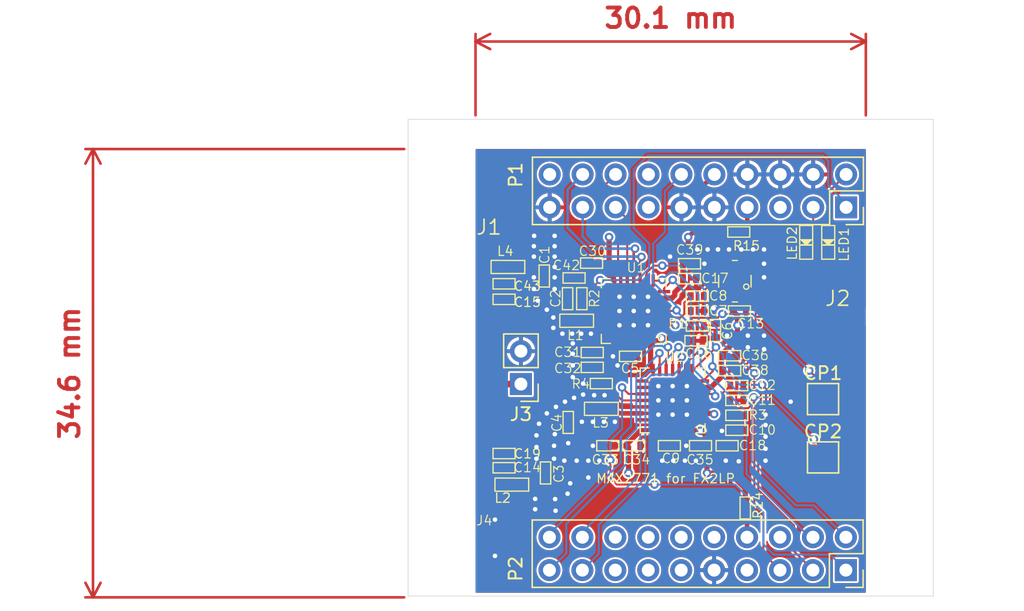
<source format=kicad_pcb>
(kicad_pcb (version 20240108) (generator "pcbnew") (generator_version "8.0")
  (layers (0 "F.Cu" signal) (1 "In1.Cu" signal) (2 "In2.Cu" signal) (31 "B.Cu" signal) (34 "B.Paste" user) (35 "F.Paste" user) (36 "B.SilkS" user "B.Silkscreen") (37 "F.SilkS" user "F.Silkscreen") (38 "B.Mask" user) (39 "F.Mask" user) (44 "Edge.Cuts" user))
  (net 0 "")
  (net 1 "CPAD_2.2MM")
  (net 2 "+3.3V")
  (net 3 "/PD6")
  (net 4 "PD7")
  (net 6 "DCLK")
  (net 7 "I1_A")
  (net 8 "Q1_A")
  (net 9 "Q0_A")
  (net 10 "Net-(J4-RF)")
  (net 11 "Net-(L1-P$1)")
  (net 12 "Net-(L3-P$1)")
  (net 13 "Net-(U1-LNAOUT_HI)")
  (net 14 "Net-(U1-MIXIN_HI)")
  (net 15 "Net-(R1-P$1)")
  (net 16 "CP1OUT")
  (net 17 "/PLL_CLK")
  (net 18 "Net-(U1-XTAL)")
  (net 19 "Net-(U2-LNAOUT_LO)")
  (net 20 "Net-(U2-MIXIN_LO)")
  (net 21 "Net-(R3-P$1)")
  (net 22 "CP2OUT")
  (net 23 "Net-(U2-XTAL)")
  (net 24 "I0_A")
  (net 25 "/SLRD")
  (net 28 "/5V")
  (net 29 "LOCK_B")
  (net 30 "Q1_B")
  (net 31 "Net-(L1-P$2)")
  (net 32 "Net-(L3-P$2)")
  (net 33 "Net-(R2-P$1)")
  (net 34 "Net-(R4-P$1)")
  (net 36 "Q0_B")
  (net 37 "SDATA")
  (net 38 "I0_B")
  (net 46 "CSN_A")
  (net 48 "/PA5")
  (net 50 "I1_B")
  (net 51 "LOCK_A")
  (net 59 "SCLK")
  (net 61 "Net-(J1-RF)")
  (net 62 "CSN_B")
  (footprint "pocket_sdr_v2.3:C1005" (layer "F.Cu") (at 146.3511 111.75 180)
    (property "Reference" "C10")
    (property "Value" "750pF" (hide yes))
  )
  (footprint "pocket_sdr_v2.3:C1005" (layer "F.Cu") (at 138.4011 112.95)
    (property "Reference" "C34")
    (property "Value" "0.1uF" (hide yes))
  )
  (footprint "pocket_sdr_v2.3:C1005" (layer "F.Cu") (at 135.2011 106.9 180)
    (property "Reference" "C32")
    (property "Value" "100pF" (hide yes))
  )
  (footprint "TestPoint:TestPoint_Pad_2.0x2.0mm" (layer "F.Cu") (at 153.0011 109.35)
    (property "Reference" "CP1")
    (property "Value" "TestPoint")
  )
  (footprint "pocket_sdr_v2.3:C1005" (layer "F.Cu") (at 146.5511 102.55)
    (property "Reference" "C13")
    (property "Value" "0.1uF" (hide yes))
  )
  (footprint "pocket_sdr_v2.3:SMA-ANG" (layer "F.Cu") (at 124.20285 94.64 90)
    (property "Reference" "J1")
    (property "Value" "SMA-ANG")
  )
  (footprint "pocket_sdr_v2.3:C1005" (layer "F.Cu") (at 143.3011 103.7 180)
    (property "Reference" "R1")
    (property "Value" "15K" (hide yes))
  )
  (footprint "pocket_sdr_v2.3:C1005" (layer "F.Cu") (at 141.1511 112.95)
    (property "Reference" "C9")
    (property "Value" "470pF" (hide yes))
  )
  (footprint "pocket_sdr_v2.3:C1005" (layer "F.Cu") (at 143.3011 102.55)
    (property "Reference" "C7")
    (property "Value" "15pF" (hide yes))
  )
  (footprint "pocket_sdr_v2.3:C1005" (layer "F.Cu") (at 136.4011 112.95 180)
    (property "Reference" "C33")
    (property "Value" "100pF" (hide yes))
  )
  (footprint "pocket_sdr_v2.3:C1005" (layer "F.Cu") (at 143.2011 104.85)
    (property "Reference" "C16")
    (property "Value" "0.1uF" (hide yes))
  )
  (footprint "pocket_sdr_v2.3:C1005" (layer "F.Cu") (at 144.7011 104.05 -90)
    (property "Reference" "C6")
    (property "Value" "750pF" (hide yes))
  )
  (footprint "pocket_sdr_v2.3:TCXO" (layer "F.Cu") (at 146.2011 100.25 90)
    (property "Reference" "TCXO0" (hide yes))
    (property "Value" "24.000 MHz 0.5ppm" (hide yes))
  )
  (footprint "Connector_PinSocket_2.54mm:PinSocket_2x10_P2.54mm_Vertical" (layer "F.Cu") (at 154.7611 122.55 -90)
    (property "Reference" "P2")
    (property "Value" "Conn_02x10_Odd_Even")
  )
  (footprint "pocket_sdr_v2.3:C1005" (layer "F.Cu") (at 143.5511 112.95 180)
    (property "Reference" "C35")
    (property "Value" "0.1uF" (hide yes))
  )
  (footprint "pocket_sdr_v2.3:C1005" (layer "F.Cu") (at 134.4011 101.6 90)
    (property "Reference" "R2")
    (property "Value" "10K" (hide yes))
  )
  (footprint "Connector_PinHeader_2.54mm:PinHeader_1x02_P2.54mm_Vertical" (layer "F.Cu") (at 129.7011 108.19 180)
    (property "Reference" "J3")
    (property "Value" "Screw_Terminal_01x02" (hide yes))
  )
  (footprint "pocket_sdr_v2.3:C1005" (layer "F.Cu") (at 128.4011 113.55 180)
    (property "Reference" "C19")
    (property "Value" "0.1uF")
  )
  (footprint "pocket_sdr_v2.3:C1005" (layer "F.Cu") (at 142.7011 98.9)
    (property "Reference" "C39")
    (property "Value" "100pF" (hide yes))
  )
  (footprint "pocket_sdr_v2.3:C1005" (layer "F.Cu") (at 142.7011 100.05)
    (property "Reference" "C17")
    (property "Value" "0.1uF" (hide yes))
  )
  (footprint "pocket_sdr_v2.3:C1608" (layer "F.Cu") (at 129.0011 115.95)
    (property "Reference" "L2")
    (property "Value" "68nH")
  )
  (footprint "pocket_sdr_v2.3:TQFN28" (layer "F.Cu") (at 138.4011 102.55 90)
    (property "Reference" "U1")
    (property "Value" "MAX2771" (hide yes))
  )
  (footprint "pocket_sdr_v2.3:TQFN28" (layer "F.Cu") (at 141.4011 109.45 90)
    (property "Reference" "U2")
    (property "Value" "MAX2771" (hide yes))
  )
  (footprint "pocket_sdr_v2.3:C1005" (layer "F.Cu") (at 133.3011 101.6 -90)
    (property "Reference" "C2")
    (property "Value" "1.7pF" (hide yes))
  )
  (footprint "pocket_sdr_v2.3:C1005" (layer "F.Cu") (at 146.3511 109.45)
    (property "Reference" "C11")
    (property "Value" "15pF" (hide yes))
  )
  (footprint "pocket_sdr_v2.3:C1005" (layer "F.Cu") (at 145.8011 107.15)
    (property "Reference" "C38")
    (property "Value" "0.1uF" (hide yes))
  )
  (footprint "pocket_sdr_v2.3:SMA-ANG" (layer "F.Cu") (at 158.2011 103 -90)
    (property "Reference" "J2")
    (property "Value" "SMA-ANG")
  )
  (footprint "pocket_sdr_v2.3:C1005" (layer "F.Cu") (at 135.1511 98.85 180)
    (property "Reference" "C30")
    (property "Value" "0.1uF" (hide yes))
  )
  (footprint "pocket_sdr_v2.3:C1608" (layer "F.Cu") (at 128.7011 99.15)
    (property "Reference" "L4")
    (property "Value" "68nH")
  )
  (footprint "pocket_sdr_v2.3:C1608" (layer "F.Cu") (at 135.9011 110.1)
    (property "Reference" "L3")
    (property "Value" "8.4nH" (hide yes))
  )
  (footprint "pocket_sdr_v2.3:C1005" (layer "F.Cu") (at 128.4011 100.45 180)
    (property "Reference" "C43")
    (property "Value" "0.1uF")
  )
  (footprint "pocket_sdr_v2.3:C1005" (layer "F.Cu") (at 131.6011 115.05 90)
    (property "Reference" "C3")
    (property "Value" "470pF" (hide yes))
  )
  (footprint "pocket_sdr_v2.3:C1005" (layer "F.Cu") (at 145.6011 112.95)
    (property "Reference" "C18")
    (property "Value" "100pF" (hide yes))
  )
  (footprint "pocket_sdr_v2.3:C1005" (layer "F.Cu") (at 128.4011 114.65 180)
    (property "Reference" "C14")
    (property "Value" "100pF" (hide yes))
  )
  (footprint "pocket_sdr_v2.3:C1005" (layer "F.Cu") (at 133.3511 111.15 -90)
    (property "Reference" "C4")
    (property "Value" "1.1pF" (hide yes))
  )
  (footprint "Connector_PinSocket_2.54mm:PinSocket_2x10_P2.54mm_Vertical" (layer "F.Cu") (at 154.7811 94.55 -90)
    (property "Reference" "P1")
    (property "Value" "Conn_02x10_Odd_Even")
  )
  (footprint "TestPoint:TestPoint_Pad_2.0x2.0mm" (layer "F.Cu") (at 153.0011 113.85)
    (property "Reference" "CP2")
    (property "Value" "TestPoint")
  )
  (footprint "pocket_sdr_v2.3:C1005" (layer "F.Cu") (at 146.5011 96.45 180)
    (property "Reference" "R15")
    (property "Value" "10K")
  )
  (footprint "pocket_sdr_v2.3:C1005" (layer "F.Cu") (at 146.3511 108.3 180)
    (property "Reference" "C12")
    (property "Value" "0.01uF" (hide yes))
  )
  (footprint "pocket_sdr_v2.3:C1005" (layer "F.Cu") (at 143.3011 101.4 180)
    (property "Reference" "C8")
    (property "Value" "0.01uF" (hide yes))
  )
  (footprint "pocket_sdr_v2.3:LED_1608" (layer "F.Cu") (at 151.7011 97.25 -90)
    (property "Reference" "LED2")
    (property "Value" "LED1608")
  )
  (footprint "pocket_sdr_v2.3:C1005" (layer "F.Cu") (at 138.1511 106.05)
    (property "Reference" "C5")
    (property "Value" "470pF" (hide yes))
  )
  (footprint "pocket_sdr_v2.3:C1005" (layer "F.Cu") (at 128.4011 101.65 180)
    (property "Reference" "C15")
    (property "Value" "100pF")
  )
  (footprint "pocket_sdr_v2.3:C1005" (layer "F.Cu") (at 145.8011 106)
    (property "Reference" "C36")
    (property "Value" "100pF" (hide yes))
  )
  (footprint "pocket_sdr_v2.3:C1005" (layer "F.Cu") (at 131.5011 99.85 -90)
    (property "Reference" "C1")
    (property "Value" "470pF" (hide yes))
  )
  (footprint "pocket_sdr_v2.3:C1005" (layer "F.Cu") (at 135.9011 108.15 180)
    (property "Reference" "R4")
    (property "Value" "10K" (hide yes))
  )
  (footprint "pocket_sdr_v2.3:LED_1608" (layer "F.Cu") (at 153.4011 97.25 -90)
    (property "Reference" "LED1")
    (property "Value" "LED1608")
  )
  (footprint "pocket_sdr_v2.3:SMA-ANG" (layer "F.Cu") (at 124.2011 120.05 90)
    (property "Reference" "J4")
    (property "Value" "SMA-ANG" (hide yes))
  )
  (footprint "pocket_sdr_v2.3:C1005" (layer "F.Cu") (at 147.0011 117.75 90)
    (property "Reference" "R14")
    (property "Value" "10K")
  )
  (footprint "pocket_sdr_v2.3:C1005" (layer "F.Cu") (at 135.2011 105.75 180)
    (property "Reference" "C31")
    (property "Value" "0.1uF" (hide yes))
  )
  (footprint "pocket_sdr_v2.3:C1005" (layer "F.Cu") (at 133.8011 100 180)
    (property "Reference" "C42")
    (property "Value" "100pF" (hide yes))
  )
  (footprint "pocket_sdr_v2.3:C1608" (layer "F.Cu") (at 134.0011 103.3)
    (property "Reference" "L1")
    (property "Value" "5.6nF" (hide yes))
  )
  (footprint "pocket_sdr_v2.3:C1005" (layer "F.Cu") (at 146.3511 110.6 180)
    (property "Reference" "R3")
    (property "Value" "15K" (hide yes))
  )
  (gr_line (start 161.5011 124.55) (end 121.0011 124.55) (stroke (width 0.05)) (layer "Edge.Cuts"))
  (gr_line (start 121.0011 87.75) (end 161.5011 87.75) (stroke (width 0.05)) (layer "Edge.Cuts"))
  (gr_line (start 161.5011 87.75) (end 161.5011 124.55) (stroke (width 0.05)) (layer "Edge.Cuts"))
  (gr_line (start 121.0011 124.55) (end 121.0011 87.75) (stroke (width 0.05)) (layer "Edge.Cuts"))
  (gr_text "MAX2771 for FX2LP" (at 135.4511 115.9 0) (layer "F.SilkS") (effects (font (size 0.715264 0.715264) (thickness 0.097536)) (justify left bottom)))
  (dimension (type aligned) (layer "F.Cu") (pts (xy 121.2011 90.05) (xy 121.2011 124.65)) (height 24.5) (gr_text "34.6 mm" (at 94.9011 107.35 90) (layer "F.Cu") (effects (font (size 1.5 1.5) (thickness 0.3)))) (format (prefix "") (suffix "") (units 3) (units_format 1) (precision 4) (override_value "34.6")) (style (thickness 0.2) (arrow_length 1.27) (text_position_mode 0) (extension_height 0.58642) (extension_offset 0.5) keep_text_aligned))
  (dimension (type aligned) (layer "F.Cu") (pts (xy 126.2011 87.95) (xy 156.3 87.95)) (height -6.2) (gr_text "30.1 mm" (at 141.25055 79.95 0) (layer "F.Cu") (effects (font (size 1.5 1.5) (thickness 0.3)))) (format (prefix "") (suffix "") (units 3) (units_format 1) (precision 4) (override_value "30.1")) (style (thickness 0.2) (arrow_length 1.27) (text_position_mode 0) (extension_height 0.58642) (extension_offset 0.5) keep_text_aligned))
  (segment (start 144.0011 104.65) (end 144.9011 104.65) (width 0.4064) (layer "F.Cu") (net 1))
  (segment (start 143.8011 104.85) (end 144.0011 104.65) (width 0.4064) (layer "F.Cu") (net 1))
  (via (at 137.1511 106.75) (size 0.6548) (drill 0.35) (layers "F.Cu" "B.Cu") (net 1))
  (via (at 133.7011 107.65) (size 0.6548) (drill 0.35) (layers "F.Cu" "B.Cu") (net 1))
  (via (at 134.5011 109) (size 0.6548) (drill 0.35) (layers "F.Cu" "B.Cu") (net 1))
  (via (at 132.3011 100.85) (size 0.6548) (drill 0.35) (layers "F.Cu" "B.Cu") (net 1))
  (via (at 130.8011 117.85) (size 0.6548) (drill 0.35) (layers "F.Cu" "B.Cu") (net 1))
  (via (at 134.9011 115.4) (size 0.6548) (drill 0.35) (layers "F.Cu" "B.Cu") (net 1))
  (via (at 136.1511 109.05) (size 0.6548) (drill 0.35) (layers "F.Cu" "B.Cu") (net 1))
  (via (at 132.340673 117.067313) (size 0.6548) (drill 0.35) (layers "F.Cu" "B.Cu") (net 1))
  (via (at 132.4011 109.95) (size 0.6548) (drill 0.35) (layers "F.Cu" "B.Cu") (net 1))
  (via (at 143.8511 98.9) (size 0.6548) (drill 0.35) (layers "F.Cu" "B.Cu") (net 1))
  (via (at 132.372684 117.963422) (size 0.6548) (drill 0.35) (layers "F.Cu" "B.Cu") (net 1))
  (via (at 134.5011 108.15) (size 0.6548) (drill 0.35) (layers "F.Cu" "B.Cu") (net 1))
  (via (at 130.7011 100.85) (size 0.6548) (drill 0.35) (layers "F.Cu" "B.Cu") (net 1))
  (via (at 150.5011 109.55) (size 0.6548) (drill 0.35) (layers "F.Cu" "B.Cu") (net 1))
  (via (at 133.5011 115.85) (size 0.6548) (drill 0.35) (layers "F.Cu" "B.Cu") (net 1))
  (via (at 141.2011 98.35) (size 0.6548) (drill 0.35) (layers "F.Cu" "B.Cu") (net 1))
  (via (at 132.9011 104.3) (size 0.6548) (drill 0.35) (layers "F.Cu" "B.Cu") (net 1))
  (via (at 130.9011 113.95) (size 0.6548) (drill 0.35) (layers "F.Cu" "B.Cu") (net 1))
  (via (at 148.5649 114.1) (size 0.6548) (drill 0.35) (layers "F.Cu" "B.Cu") (net 1))
  (via (at 132.3011 96.75) (size 0.6548) (drill 0.35) (layers "F.Cu" "B.Cu") (net 1))
  (via (at 127.7011 118.65) (size 0.6548) (drill 0.35) (layers "F.Cu" "B.Cu") (net 1))
  (via (at 130.9011 113.05) (size 0.6548) (drill 0.35) (layers "F.Cu" "B.Cu") (net 1))
  (via (at 135.2511 112.95) (size 0.6548) (drill 0.35) (layers "F.Cu" "B.Cu") (net 1))
  (via (at 131.7011 110.45) (size 0.6548) (drill 0.35) (layers "F.Cu" "B.Cu") (net 1))
  (via (at 140.6011 114.1) (size 0.6548) (drill 0.35) (layers "F.Cu" "B.Cu") (net 1))
  (via (at 130.721298 96.75) (size 0.6548) (drill 0.35) (layers "F.Cu" "B.Cu") (net 1))
  (via (at 132.3011 98.35) (size 0.6548) (drill 0.35) (layers "F.Cu" "B.Cu") (net 1))
  (via (at 131.0011 101.75) (size 0.6548) (drill 0.35) (layers "F.Cu" "B.Cu") (net 1))
  (via (at 148.5649 110.55) (size 0.6548) (drill 0.35) (layers "F.Cu" "B.Cu") (net 1))
  (via (at 130.7011 98.35) (size 0.6548) (drill 0.35) (layers "F.Cu" "B.Cu") (net 1))
  (via (at 148.4511 104.45) (size 0.6548) (drill 0.35) (layers "F.Cu" "B.Cu") (net 1))
  (via (at 146.5011 114.15) (size 0.6548) (drill 0.35) (layers "F.Cu" "B.Cu") (net 1))
  (via (at 148.5649 113.182032) (size 0.6548) (drill 0.35) (layers "F.Cu" "B.Cu") (net 1))
  (via (at 146.7011 97.8) (size 0.6548) (drill 0.35) (layers "F.Cu" "B.Cu") (net 1))
  (via (at 133.6511 104.3) (size 0.6548) (drill 0.35) (layers "F.Cu" "B.Cu") (net 1))
  (via (at 133.7011 106.75) (size 0.6548) (drill 0.35) (layers "F.Cu" "B.Cu") (net 1))
  (via (at 145.5011 114.1) (size 0.6548) (drill 0.35) (layers "F.Cu" "B.Cu") (net 1))
  (via (at 133.3511 112.75) (size 0.6548) (drill 0.35) (layers "F.Cu" "B.Cu") (net 1))
  (via (at 132.2011 103.05) (size 0.6548) (drill 0.35) (layers "F.Cu" "B.Cu") (net 1))
  (via (at 145.6011 104.45) (size 0.6548) (drill 0.35) (layers "F.Cu" "B.Cu") (net 1))
  (via (at 133.8011 109.25) (size 0.6548) (drill 0.35) (layers "F.Cu" "B.Cu") (net 1))
  (via (at 145.7511 97.8) (size 0.6548) (drill 0.35) (layers "F.Cu" "B.Cu") (net 1))
  (via (at 147.2011 104.45) (size 0.6548) (drill 0.35) (layers "F.Cu" "B.Cu") (net 1))
  (via (at 130.7011 97.55) (size 0.6548) (drill 0.35) (layers "F.Cu" "B.Cu") (net 1))
  (via (at 132.3011 97.55) (size 0.6548) (drill 0.35) (layers "F.Cu" "B.Cu") (net 1))
  (via (at 132.316142 112.054417) (size 0.6548) (drill 0.35) (layers "F.Cu" "B.Cu") (net 1))
  (via (at 133.7011 105.85) (size 0.6548) (drill 0.35) (layers "F.Cu" "B.Cu") (net 1))
  (via (at 143.3011 97.8) (size 0.6548) (drill 0.35) (layers "F.Cu" "B.Cu") (net 1))
  (via (at 135.7511 114.1) (size 0.6548) (drill 0.35) (layers "F.Cu" "B.Cu") (net 1))
  (via (at 142.4511 112.95) (size 0.6548) (drill 0.35) (layers "F.Cu" "B.Cu") (net 1))
  (via (at 130.8011 117.05) (size 0.6548) (drill 0.35) (layers "F.Cu" "B.Cu") (net 1))
  (via (at 133.7011 105.05) (size 0.6548) (drill 0.35) (layers "F.Cu" "B.Cu") (net 1))
  (via (at 135.3511 109.05) (size 0.6548) (drill 0.35) (layers "F.Cu" "B.Cu") (net 1))
  (via (at 134.0011 114.1) (size 0.6548) (drill 0.35) (layers "F.Cu" "B.Cu") (net 1))
  (via (at 132.3011 99.15) (size 0.6548) (drill 0.35) (layers "F.Cu" "B.Cu") (net 1))
  (via (at 142.3511 114.1) (size 0.6548) (drill 0.35) (layers "F.Cu" "B.Cu") (net 1))
  (via (at 134.4011 111.1) (size 0.6548) (drill 0.35) (layers "F.Cu" "B.Cu") (net 1))
  (via (at 148.4511 98.9) (size 0.6548) (drill 0.35) (layers "F.Cu" "B.Cu") (net 1))
  (via (at 144.1011 97.8) (size 0.6548) (drill 0.35) (layers "F.Cu" "B.Cu") (net 1))
  (via (at 148.4511 99.95) (size 0.6548) (drill 0.35) (layers "F.Cu" "B.Cu") (net 1))
  (via (at 141.4511 114.1) (size 0.6548) (drill 0.35) (layers "F.Cu" "B.Cu") (net 1))
  (via (at 135.2511 111.1) (size 0.6548) (drill 0.35) (layers "F.Cu" "B.Cu") (net 1))
  (via (at 144.9011 97.8) (size 0.6548) (drill 0.35) (layers "F.Cu" "B.Cu") (net 1))
  (via (at 131.1011 111.25) (size 0.6548) (drill 0.35) (layers "F.Cu" "B.Cu") (net 1))
  (via (at 136.1011 111.1) (size 0.6548) (drill 0.35) (layers "F.Cu" "B.Cu") (net 1))
  (via (at 148.5649 112.25) (size 0.6548) (drill 0.35) (layers "F.Cu" "B.Cu") (net 1))
  (via (at 130.7011 99.95) (size 0.6548) (drill 0.35) (layers "F.Cu" "B.Cu") (net 1))
  (via (at 144.563219 102.333842) (size 0.6548) (drill 0.35) (layers "F.Cu" "B.Cu") (net 1))
  (via (at 148.4511 97.8) (size 0.6548) (drill 0.35) (layers "F.Cu" "B.Cu") (net 1))
  (via (at 132.2011 103.85) (size 0.6548) (drill 0.35) (layers "F.Cu" "B.Cu") (net 1))
  (via (at 148.4511 105.5) (size 0.6548) (drill 0.35) (layers "F.Cu" "B.Cu") (net 1))
  (via (at 134.9011 114.1) (size 0.6548) (drill 0.35) (layers "F.Cu" "B.Cu") (net 1))
  (via (at 135.1011 104.3) (size 0.6548) (drill 0.35) (layers "F.Cu" "B.Cu") (net 1))
  (via (at 133.1011 109.55) (size 0.6548) (drill 0.35) (layers "F.Cu" "B.Cu") (net 1))
  (via (at 133.0511 114.1) (size 0.6548) (drill 0.35) (layers "F.Cu" "B.Cu") (net 1))
  (via (at 143.2011 114.1) (size 0.6548) (drill 0.35) (layers "F.Cu" "B.Cu") (net 1))
  (via (at 136.8011 106.05) (size 0.6548) (drill 0.35) (layers "F.Cu" "B.Cu") (net 1))
  (via (at 132.2587 112.95) (size 0.6548) (drill 0.35) (layers "F.Cu" "B.Cu") (net 1))
  (via (at 133.3011 116.65) (size 0.6548) (drill 0.35) (layers "F.Cu" "B.Cu") (net 1))
  (via (at 131.7011 102.45) (size 0.6548) (drill 0.35) (layers "F.Cu" "B.Cu") (net 1))
  (via (at 132.3011 99.95) (size 0.6548) (drill 0.35) (layers "F.Cu" "B.Cu") (net 1))
  (via (at 145.2011 111.8) (size 0.6548) (drill 0.35) (layers "F.Cu" "B.Cu") (net 1))
  (via (at 130.9011 112.15) (size 0.6548) (drill 0.35) (layers "F.Cu" "B.Cu") (net 1))
  (via (at 134.3511 104.3) (size 0.6548) (drill 0.35) (layers "F.Cu" "B.Cu") (net 1))
  (via (at 136.9511 111.1) (size 0.6548) (drill 0.35) (layers "F.Cu" "B.Cu") (net 1))
  (via (at 132.2587 113.95) (size 0.6548) (drill 0.35) (layers "F.Cu" "B.Cu") (net 1))
  (via (at 127.7011 121.45) (size 0.6548) (drill 0.35) (layers "F.Cu" "B.Cu") (net 1))
  (via (at 147.6011 97.8) (size 0.6548) (drill 0.35) (layers "F.Cu" "B.Cu") (net 1))
  (via (at 148.5649 111.35) (size 0.6548) (drill 0.35) (layers "F.Cu" "B.Cu") (net 1))
  (via (at 147.2011 105.35) (size 0.6548) (drill 0.35) (layers "F.Cu" "B.Cu") (net 1))
  (segment (start 127.7411 92.59) (end 127.7411 92.09) (width 0.2032) (layer "B.Cu") (net 1))
  (segment (start 141.348994 101.55) (end 140.7411 101.55) (width 0.4064) (layer "F.Cu") (net 2))
  (segment (start 139.9011 111.79) (end 139.8931 111.79) (width 0.3048) (layer "F.Cu") (net 2))
  (segment (start 146.0511 102.55) (end 146.0511 102.5) (width 0.4064) (layer "F.Cu") (net 2))
  (segment (start 145.1511 105.938232) (end 145.1511 107.65) (width 0.4064) (layer "F.Cu") (net 2))
  (segment (start 139.7011 107.11) (end 139.9011 107.11) (width 0.4064) (layer "F.Cu") (net 2))
  (segment (start 143.8011 96.45) (end 143.39875 96.04765) (width 0.3556) (layer "F.Cu") (net 2))
  (segment (start 137.9011 112.95) (end 137.9011 112.8) (width 0.4064) (layer "F.Cu") (net 2))
  (segment (start 144.0511 112.25) (end 144.0511 112.95) (width 0.4064) (layer "F.Cu") (net 2))
  (segment (start 135.4011 107.55) (end 135.7011 107.25) (width 0.1524) (layer "F.Cu") (net 2))
  (segment (start 136.2611 104.89) (end 135.7011 105.45) (width 0.4064) (layer "F.Cu") (net 2))
  (segment (start 146.4011 103.65) (end 146.4011 104.688232) (width 0.4064) (layer "F.Cu") (net 2))
  (segment (start 146.4011 104.688232) (end 145.1511 105.938232) (width 0.4064) (layer "F.Cu") (net 2))
  (segment (start 142.4177 111.79) (end 142.9011 111.79) (width 0.4064) (layer "F.Cu") (net 2))
  (segment (start 144.0511 115.0606) (end 145.8117 115.0606) (width 0.4064) (layer "F.Cu") (net 2))
  (segment (start 142.2011 100.471908) (end 141.5717 101.101308) (width 0.4064) (layer "F.Cu") (net 2))
  (segment (start 144.0511 112.95) (end 145.1011 112.95) (width 0.4064) (layer "F.Cu") (net 2))
  (segment (start 134.3011 100) (end 134.3011 101) (width 0.4064) (layer "F.Cu") (net 2))
  (segment (start 143.5511 111.8) (end 143.6011 111.8) (width 0.4064) (layer "F.Cu") (net 2))
  (segment (start 136.5011 96.8475) (end 136.5 96.8464) (width 0.4064) (layer "F.Cu") (net 2))
  (segment (start 142.2011 98.9) (end 142.2011 100.05) (width 0.4064) (layer "F.Cu") (net 2))
  (segment (start 135.7011 105.45) (end 135.7011 105.75) (width 0.4064) (layer "F.Cu") (net 2))
  (segment (start 136.5011 98.85) (end 136.5011 99.81) (width 0.4064) (layer "F.Cu") (net 2))
  (segment (start 137.9011 112.95) (end 136.9011 112.95) (width 0.4064) (layer "F.Cu") (net 2))
  (segment (start 138.0011 113.05) (end 138.0011 115.0606) (width 0.4064) (layer "F.Cu") (net 2))
  (segment (start 139.9011 107.11) (end 139.6011 107.11) (width 0.4064) (layer "F.Cu") (net 2))
  (segment (start 141.5717 101.101308) (end 141.5717 101.327294) (width 0.4064) (layer "F.Cu") (net 2))
  (segment (start 137.9011 112.8) (end 138.9111 111.79) (width 0.4064) (layer "F.Cu") (net 2))
  (segment (start 135.7011 107.25) (end 135.7011 106.9) (width 0.1524) (layer "F.Cu") (net 2))
  (segment (start 147.0011 116.25) (end 147.0011 117.25) (width 0.4064) (layer "F.Cu") (net 2))
  (segment (start 140.398543 104.85) (end 139.9411 104.85) (width 0.4064) (layer "F.Cu") (net 2))
  (segment (start 142.7011 104.85) (end 142.5011 104.65) (width 0.4064) (layer "F.Cu") (net 2))
  (segment (start 146.4011 102.9) (end 146.0511 102.55) (width 0.4064) (layer "F.Cu") (net 2))
  (segment (start 141.5717 101.327294) (end 141.348994 101.55) (width 0.4064) (layer "F.Cu") (net 2))
  (segment (start 144.5451 110.45) (end 143.7411 110.45) (width 0.4064) (layer "F.Cu") (net 2))
  (segment (start 145.3011 101.75) (end 145.3011 101.45) (width 0.4064) (layer "F.Cu") (net 2))
  (segment (start 134.3011 101) (end 134.4011 101.1) (width 0.4064) (layer "F.Cu") (net 2))
  (segment (start 140.574821 104.673722) (end 140.398543 104.85) (width 0.4064) (layer "F.Cu") (net 2))
  (segment (start 135.0011 100) (end 135.6511 99.35) (width 0.4064) (layer "F.Cu") (net 2))
  (segment (start 136.2611 107.46) (end 135.7011 106.9) (width 0.4064) (layer "F.Cu") (net 2))
  (segment (start 139.6011 107.11) (end 139.2511 107.46) (width 0.4064) (layer "F.Cu") (net 2))
  (segment (start 140.7411 103.55) (end 141.524637 103.55) (width 0.4064) (layer "F.Cu") (net 2))
  (segment (start 139.7011 105.19) (end 139.7011 107.11) (width 0.4064) (layer "F.Cu") (net 2))
  (segment (start 143.5511 111.8) (end 143.5411 111.79) (width 0.4064) (layer "F.Cu") (net 2))
  (segment (start 143.4011 96.0453) (end 143.39875 96.04765) (width 0.3556) (layer "F.Cu") (net 2))
  (segment (start 135.0011 100) (end 134.3011 100) (width 0.4064) (layer "F.Cu") (net 2))
  (segment (start 138.0011 115.0606) (end 138.0011 115.0475) (width 0.4064) (layer "F.Cu") (net 2))
  (segment (start 135.4011 108.15) (end 135.4011 107.55) (width 0.1524) (layer "F.Cu") (net 2))
  (segment (start 145.1511 107.65) (end 144.3511 108.45) (width 0.4064) (layer "F.Cu") (net 2))
  (segment (start 139.9011 104.89) (end 139.4011 104.89) (width 0.4064) (layer "F.Cu") (net 2))
  (segment (start 139.8931 111.79) (end 138.9111 111.79) (width 0.4064) (layer "F.Cu") (net 2))
  (segment (start 135.6511 99.35) (end 135.6511 99.003125) (width 0.4064) (layer "F.Cu") (net 2))
  (segment (start 143.6011 111.8) (end 144.0511 112.25) (width 0.4064) (layer "F.Cu") (net 2))
  (segment (start 136.5011 96.85) (end 136.5011 96.8475) (width 0.4064) (layer "F.Cu") (net 2))
  (segment (start 146.0011 96.45) (end 143.8011 96.45) (width 0.3556) (layer "F.Cu") (net 2))
  (segment (start 139.9411 104.85) (end 139.9011 104.89) (width 0.4064) (layer "F.Cu") (net 2))
  (segment (start 143.4011 93.23) (end 143.4011 96.0453) (width 0.3556) (layer "F.Cu") (net 2))
  (segment (start 136.5011 96.85) (end 136.5011 98.85) (width 0.4064) (layer "F.Cu") (net 2))
  (segment (start 137.9011 112.95) (end 138.0011 113.05) (width 0.4064) (layer "F.Cu") (net 2))
  (segment (start 145.8117 115.0606) (end 147.0011 116.25) (width 0.4064) (layer "F.Cu") (net 2))
  (segment (start 146.0511 102.5) (end 145.3011 101.75) (width 0.4064) (layer "F.Cu") (net 2))
  (segment (start 142.6011 96.85) (end 142.6011 96.8475) (width 0.4064) (layer "F.Cu") (net 2))
  (segment (start 143.5411 111.79) (end 142.9011 111.79) (width 0.4064) (layer "F.Cu") (net 2))
  (segment (start 136.5011 98.85) (end 135.6511 98.85) (width 0.4064) (layer "F.Cu") (net 2))
  (segment (start 140.598543 104.65) (end 140.574821 104.673722) (width 0.4064) (layer "F.Cu") (net 2))
  (segment (start 136.5011 99.81) (end 136.9011 100.21) (width 0.4064) (layer "F.Cu") (net 2))
  (segment (start 139.2511 107.46) (end 136.2611 107.46) (width 0.4064) (layer "F.Cu") (net 2))
  (segment (start 142.2011 100.05) (end 142.2011 100.471908) (width 0.4064) (layer "F.Cu") (net 2))
  (segment (start 139.4011 104.89) (end 139.7011 105.19) (width 0.4064) (layer "F.Cu") (net 2))
  (segment (start 142.5011 104.65) (end 140.598543 104.65) (width 0.4064) (layer "F.Cu") (net 2))
  (segment (start 142.6011 98.5) (end 142.2011 98.9) (width 0.4064) (layer "F.Cu") (net 2))
  (segment (start 141.524637 103.55) (end 141.612868 103.638232) (width 0.4064) (layer "F.Cu") (net 2))
  (segment (start 138.0011 115.0475) (end 138 115.0464) (width 0.4064) (layer "F.Cu") (net 2))
  (segment (start 142.6011 96.8475) (end 142.6 96.8464) (width 0.4064) (layer "F.Cu") (net 2))
  (segment (start 136.9011 104.89) (end 136.2611 104.89) (width 0.4064) (layer "F.Cu") (net 2))
  (segment (start 144.6011 110.506) (end 144.5451 110.45) (width 0.4064) (layer "F.Cu") (net 2))
  (segment (start 144.6211 92.01) (end 143.4011 93.23) (width 0.3556) (layer "F.Cu") (net 2))
  (segment (start 143.39875 96.04765) (end 142.6 96.8464) (width 0.3556) (layer "F.Cu") (net 2))
  (segment (start 135.7011 105.75) (end 135.7011 106.9) (width 0.4064) (layer "F.Cu") (net 2))
  (segment (start 146.4011 103.65) (end 146.4011 102.9) (width 0.4064) (layer "F.Cu") (net 2))
  (segment (start 135.6511 99.003125) (end 135.6511 98.85) (width 0.1524) (layer "F.Cu") (net 2))
  (segment (start 142.6011 98.5) (end 142.6011 96.85) (width 0.4064) (layer "F.Cu") (net 2))
  (segment (start 142.4011 111.79) (end 142.4177 111.79) (width 0.3048) (layer "F.Cu") (net 2))
  (segment (start 144.0511 112.95) (end 144.0511 115.0606) (width 0.4064) (layer "F.Cu") (net 2))
  (segment (start 144.3511 108.45) (end 143.7411 108.45) (width 0.4064) (layer "F.Cu") (net 2))
  (via (at 143.5511 111.8) (size 0.6548) (drill 0.35) (layers "F.Cu" "B.Cu") (net 2))
  (via (at 144.0511 115.0606) (size 0.6548) (drill 0.35) (layers "F.Cu" "B.Cu") (net 2))
  (via (at 136.5 96.8464) (size 0.6548) (drill 0.35) (layers "F.Cu" "B.Cu") (net 2))
  (via (at 142.6 96.8464) (size 0.6548) (drill 0.35) (layers "F.Cu" "B.Cu") (net 2))
  (via (at 146.4011 103.65) (size 0.6548) (drill 0.35) (layers "F.Cu" "B.Cu") (net 2))
  (via (at 140.574821 104.673722) (size 0.6548) (drill 0.35) (layers "F.Cu" "B.Cu") (net 2))
  (via (at 141.612868 103.638232) (size 0.6548) (drill 0.35) (layers "F.Cu" "B.Cu") (net 2))
  (via (at 138 115.0464) (size 0.6548) (drill 0.35) (layers "F.Cu" "B.Cu") (net 2))
  (via (at 144.6011 110.506) (size 0.6548) (drill 0.35) (layers "F.Cu" "B.Cu") (net 2))
  (segment (start 154.7811 92.01) (end 153.4011 93.39) (width 0.1524) (layer "F.Cu") (net 3))
  (segment (start 153.4011 93.39) (end 153.4011 96.45) (width 0.1524) (layer "F.Cu") (net 3))
  (segment (start 152.2411 94.55) (end 152.2411 95.91) (width 0.1524) (layer "F.Cu") (net 4))
  (segment (start 152.2411 95.91) (end 151.7011 96.45) (width 0.1524) (layer "F.Cu") (net 4))
  (segment (start 141.6456 102.55) (end 140.7411 102.55) (width 0.1524) (layer "F.Cu") (net 6))
  (segment (start 141.7011 102.4945) (end 141.6456 102.55) (width 0.1524) (layer "F.Cu") (net 6))
  (segment (start 144.6841 109.1202) (end 144.5139 108.95) (width 0.1524) (layer "F.Cu") (net 6))
  (segment (start 144.5139 108.95) (end 143.7411 108.95) (width 0.1524) (layer "F.Cu") (net 6))
  (via (at 144.6841 109.1202) (size 0.6548) (drill 0.35) (layers "F.Cu" "B.Cu") (net 6))
  (via (at 141.7011 102.4945) (size 0.6548) (drill 0.35) (layers "F.Cu" "B.Cu") (net 6))
  (segment (start 141.7011 102.55) (end 143.0011 103.85) (width 0.1524) (layer "B.Cu") (net 6))
  (segment (start 144.8841 108.9202) (end 144.6841 109.1202) (width 0.1524) (layer "B.Cu") (net 6))
  (segment (start 139.9011 100.35) (end 141.7011 102.15) (width 0.1524) (layer "B.Cu") (net 6))
  (segment (start 139.9011 97.35) (end 139.9011 100.35) (width 0.1524) (layer "B.Cu") (net 6))
  (segment (start 142.0811 92.01) (end 140.8011 93.29) (width 0.1524) (layer "B.Cu") (net 6))
  (segment (start 141.7011 102.15) (end 141.7011 102.4945) (width 0.1524) (layer "B.Cu") (net 6))
  (segment (start 143.0011 103.85) (end 143.0011 107.05) (width 0.1524) (layer "B.Cu") (net 6))
  (segment (start 141.7011 102.4945) (end 141.7011 102.55) (width 0.1524) (layer "B.Cu") (net 6))
  (segment (start 143.0011 107.05) (end 144.6841 108.733) (width 0.1524) (layer "B.Cu") (net 6))
  (segment (start 144.6841 108.733) (end 144.6841 109.1202) (width 0.1524) (layer "B.Cu") (net 6))
  (segment (start 140.8011 96.45) (end 139.9011 97.35) (width 0.1524) (layer "B.Cu") (net 6))
  (segment (start 140.8011 93.29) (end 140.8011 96.45) (width 0.1524) (layer "B.Cu") (net 6))
  (segment (start 135.7011 95.261197) (end 135.7011 93.31) (width 0.1524) (layer "F.Cu") (net 7))
  (segment (start 137.195227 96.755324) (end 135.7011 95.261197) (width 0.1524) (layer "F.Cu") (net 7))
  (segment (start 137.4011 100.21) (end 137.4011 99.376055) (width 0.1524) (layer "F.Cu") (net 7))
  (segment (start 137.4011 99.376055) (end 137.195227 99.170182) (width 0.1524) (layer "F.Cu") (net 7))
  (segment (start 135.7011 93.31) (end 137.0011 92.01) (width 0.1524) (layer "F.Cu") (net 7))
  (segment (start 137.195227 99.170182) (end 137.195227 96.755324) (width 0.1524) (layer "F.Cu") (net 7))
  (segment (start 138.99925 98.371356) (end 138.9011 98.469506) (width 0.2032) (layer "F.Cu") (net 8))
  (segment (start 138.9011 98.469506) (end 138.9011 100.21) (width 0.2032) (layer "F.Cu") (net 8))
  (via (at 138.99925 98.371356) (size 0.6548) (drill 0.35) (layers "F.Cu" "B.Cu") (net 8))
  (segment (start 138.977894 98.35) (end 135.498206 98.35) (width 0.2032) (layer "B.Cu") (net 8))
  (segment (start 133.3011 96.152894) (end 133.3011 93.17) (width 0.2032) (layer "B.Cu") (net 8))
  (segment (start 133.3011 93.17) (end 134.4611 92.01) (width 0.2032) (layer "B.Cu") (net 8))
  (segment (start 138.99925 98.371356) (end 138.977894 98.35) (width 0.2032) (layer "B.Cu") (net 8))
  (segment (start 135.498206 98.35) (end 133.3011 96.152894) (width 0.2032) (layer "B.Cu") (net 8))
  (segment (start 138.4011 97.8362) (end 138.4011 100.21) (width 0.2032) (layer "F.Cu") (net 9))
  (segment (start 138.5011 97.7362) (end 138.4011 97.8362) (width 0.2032) (layer "F.Cu") (net 9))
  (via (at 138.5011 97.7362) (size 0.6548) (drill 0.35) (layers "F.Cu" "B.Cu") (net 9))
  (segment (start 135.3873 97.7362) (end 134.4611 96.81) (width 0.2032) (layer "B.Cu") (net 9))
  (segment (start 138.5011 97.7362) (end 135.3873 97.7362) (width 0.2032) (layer "B.Cu") (net 9))
  (segment (start 134.4611 96.81) (end 134.4611 94.55) (width 0.2032) (layer "B.Cu") (net 9))
  (segment (start 131.6011 115.95) (end 131.6011 117.25) (width 0.3556) (layer "F.Cu") (net 10))
  (segment (start 130.8011 118.65) (end 129.6011 118.65) (width 0.3556) (layer "F.Cu") (net 10))
  (segment (start 131.6011 115.95) (end 131.6011 115.55) (width 0.3556) (layer "F.Cu") (net 10))
  (segment (start 131.6011 117.25) (end 131.599602 117.251498) (width 0.3556) (layer "F.Cu") (net 10))
  (segment (start 131.599602 117.251498) (end 131.599602 117.928646) (width 0.3556) (layer "F.Cu") (net 10))
  (segment (start 129.8011 115.95) (end 131.6011 115.95) (width 0.508) (layer "F.Cu") (net 10))
  (arc (start 129.6011 118.65) (mid 128.611151 119.060051) (end 128.2011 120.05) (width 0.3556) (layer "F.Cu") (net 10))
  (arc (start 131.599602 117.928646) (mid 131.338347 118.442761) (end 130.8011 118.65) (width 0.3556) (layer "F.Cu") (net 10))
  (segment (start 133.189513 102.09771) (end 133.071403 102.084915) (width 0.3556) (layer "F.Cu") (net 11))
  (segment (start 133.3011 102.1) (end 133.189513 102.09771) (width 0.3556) (layer "F.Cu") (net 11))
  (segment (start 133.3011 102.1) (end 133.3011 103.058579) (width 0.3556) (layer "F.Cu") (net 11))
  (segment (start 132.962005 102.06299) (end 132.847118 102.029194) (width 0.3556) (layer "F.Cu") (net 11))
  (segment (start 132.847118 102.029194) (end 132.743521 101.988235) (width 0.3556) (layer "F.Cu") (net 11))
  (segment (start 133.071403 102.084915) (end 132.962005 102.06299) (width 0.3556) (layer "F.Cu") (net 11))
  (segment (start 131.5011 100.745814) (end 131.5011 100.35) (width 0.3556) (layer "F.Cu") (net 11))
  (arc (start 132.743521 101.988235) (mid 131.864997 101.624338) (end 131.5011 100.745814) (width 0.3556) (layer "F.Cu") (net 11))
  (arc (start 133.3011 103.058579) (mid 133.275111 103.189235) (end 133.2011 103.3) (width 0.508) (layer "F.Cu") (net 11))
  (segment (start 131.6011 112.4) (end 131.6011 114.55) (width 0.3556) (layer "F.Cu") (net 12))
  (segment (start 135.1011 110.1) (end 133.9011 110.1) (width 0.3556) (layer "F.Cu") (net 12))
  (arc (start 131.6011 112.4) (mid 132.113663 111.162563) (end 133.3511 110.65) (width 0.3556) (layer "F.Cu") (net 12))
  (arc (start 133.9011 110.1) (mid 133.512191 110.261091) (end 133.3511 110.65) (width 0.3556) (layer "F.Cu") (net 12))
  (segment (start 137.6511 105.768288) (end 137.6511 106.05) (width 0.3048) (layer "F.Cu") (net 13))
  (segment (start 137.9097 105.509688) (end 137.6511 105.768288) (width 0.3048) (layer "F.Cu") (net 13))
  (segment (start 137.9097 104.8986) (end 137.9097 105.509688) (width 0.3048) (layer "F.Cu") (net 13))
  (segment (start 137.9011 104.89) (end 137.9097 104.8986) (width 0.1524) (layer "F.Cu") (net 13))
  (segment (start 138.6511 105.79) (end 138.6511 106.05) (width 0.3048) (layer "F.Cu") (net 14))
  (segment (start 138.6511 105.79) (end 138.4011 105.54) (width 0.3048) (layer "F.Cu") (net 14))
  (segment (start 138.4011 104.89) (end 138.4011 105.54) (width 0.3048) (layer "F.Cu") (net 14))
  (segment (start 143.8011 103.7) (end 143.8511 103.65) (width 0.1524) (layer "F.Cu") (net 15))
  (segment (start 143.8511 103.65) (end 144.9011 103.65) (width 0.1524) (layer "F.Cu") (net 15))
  (segment (start 142.8011 103.05) (end 142.8297 103.0786) (width 0.1524) (layer "F.Cu") (net 16))
  (segment (start 142.8297 103.0786) (end 144.8725 103.0786) (width 0.1524) (layer "F.Cu") (net 16))
  (segment (start 140.7411 104.05) (end 141.1911 104.05) (width 0.1524) (layer "F.Cu") (net 16))
  (segment (start 145.226001 102.774901) (end 145.239268 102.774901) (width 0.1524) (layer "F.Cu") (net 16))
  (segment (start 142.3011 104.2) (end 142.8011 103.7) (width 0.1524) (layer "F.Cu") (net 16))
  (segment (start 141.1911 104.05) (end 141.3411 104.2) (width 0.1524) (layer "F.Cu") (net 16))
  (segment (start 145.2011 102.75) (end 145.226001 102.774901) (width 0.1524) (layer "F.Cu") (net 16))
  (segment (start 153.0011 108.213697) (end 151.937403 107.15) (width 0.1524) (layer "F.Cu") (net 16))
  (segment (start 144.8725 103.0786) (end 145.2011 102.75) (width 0.1524) (layer "F.Cu") (net 16))
  (segment (start 142.8011 103.05) (end 142.8011 103.7) (width 0.1524) (layer "F.Cu") (net 16))
  (segment (start 142.8011 102.55) (end 142.8011 103.05) (width 0.1524) (layer "F.Cu") (net 16))
  (segment (start 141.3411 104.2) (end 142.3011 104.2) (width 0.1524) (layer "F.Cu") (net 16))
  (segment (start 153.0011 109.35) (end 153.0011 108.213697) (width 0.1524) (layer "F.Cu") (net 16))
  (via (at 151.937403 107.15) (size 0.6548) (drill 0.35) (layers "F.Cu" "B.Cu") (net 16))
  (via (at 145.239268 102.774901) (size 0.6548) (drill 0.35) (layers "F.Cu" "B.Cu") (net 16))
  (segment (start 152.0011 107.15) (end 151.937403 107.15) (width 0.1524) (layer "B.Cu") (net 16))
  (segment (start 145.239268 102.774901) (end 147.562304 102.774901) (width 0.1524) (layer "B.Cu") (net 16))
  (segment (start 147.562304 102.774901) (end 151.937403 107.15) (width 0.1524) (layer "B.Cu") (net 16))
  (segment (start 144.4511 99.9) (end 144.4511 100.35) (width 0.1524) (layer "F.Cu") (net 17))
  (segment (start 145.3011 99.05) (end 144.4511 99.9) (width 0.1524) (layer "F.Cu") (net 17))
  (segment (start 154.2011 103) (end 147.8511 103) (width 0.1524) (layer "F.Cu") (net 17))
  (segment (start 146.5011 100.25) (end 147.2511 100.25) (width 0.1524) (layer "F.Cu") (net 17))
  (segment (start 146.8511 106.9) (end 147.8011 105.95) (width 0.1524) (layer "F.Cu") (net 17))
  (segment (start 147.8011 100.8) (end 147.8011 102.95) (width 0.1524) (layer "F.Cu") (net 17))
  (segment (start 145.3011 99.05) (end 146.5011 100.25) (width 0.1524) (layer "F.Cu") (net 17))
  (segment (start 147.8511 103) (end 147.8011 102.95) (width 0.1524) (layer "F.Cu") (net 17))
  (segment (start 147.2511 100.25) (end 147.8011 100.8) (width 0.1524) (layer "F.Cu") (net 17))
  (segment (start 147.8011 102.95) (end 147.8011 105.95) (width 0.1524) (layer "F.Cu") (net 17))
  (segment (start 146.8511 108.3) (end 146.8511 106.9) (width 0.1524) (layer "F.Cu") (net 17))
  (segment (start 143.8011 101) (end 143.8011 101.4) (width 0.1524) (layer "F.Cu") (net 17))
  (segment (start 144.4511 100.35) (end 143.8011 101) (width 0.1524) (layer "F.Cu") (net 17))
  (segment (start 142.8011 101.4) (end 142.3011 101.9) (width 0.1524) (layer "F.Cu") (net 18))
  (segment (start 142.0261 103.05) (end 140.7411 103.05) (width 0.1524) (layer "F.Cu") (net 18))
  (segment (start 142.3011 101.9) (end 142.3011 102.775) (width 0.1524) (layer "F.Cu") (net 18))
  (segment (start 142.3011 102.775) (end 142.0261 103.05) (width 0.1524) (layer "F.Cu") (net 18))
  (segment (start 140.6511 112.85) (end 140.4011 112.6) (width 0.3048) (layer "F.Cu") (net 19))
  (segment (start 140.4011 111.79) (end 140.4011 112.6) (width 0.3048) (layer "F.Cu") (net 19))
  (segment (start 140.6511 112.85) (end 140.6511 112.95) (width 0.3048) (layer "F.Cu") (net 19))
  (segment (start 141.9097 111.7986) (end 141.9097 112.609688) (width 0.3048) (layer "F.Cu") (net 20))
  (segment (start 141.6511 112.95) (end 141.6511 112.868288) (width 0.3048) (layer "F.Cu") (net 20))
  (segment (start 141.9097 112.609688) (end 141.6511 112.868288) (width 0.3048) (layer "F.Cu") (net 20))
  (segment (start 141.9011 111.79) (end 141.9097 111.7986) (width 0.3048) (layer "F.Cu") (net 20))
  (segment (start 146.8511 110.6) (end 146.8511 111.75) (width 0.1524) (layer "F.Cu") (net 21))
  (segment (start 145.8511 109.45) (end 145.8511 110.05) (width 0.1524) (layer "F.Cu") (net 22))
  (segment (start 147.7011 109.5822) (end 147.7011 109.25) (width 0.1524) (layer "F.Cu") (net 22))
  (segment (start 153.0011 113.85) (end 153.0011 113.15) (width 0.1524) (layer "F.Cu") (net 22))
  (segment (start 145.8511 110.6) (end 145.3511 110.6) (width 0.1524) (layer "F.Cu") (net 22))
  (segment (start 145.8511 110.05) (end 145.8511 110.6) (width 0.1524) (layer "F.Cu") (net 22))
  (segment (start 145.3511 110.6) (end 144.8011 111.15) (width 0.1524) (layer "F.Cu") (net 22))
  (segment (start 147.679902 109.25) (end 147.645101 109.215199) (width 0.1524) (layer "F.Cu") (net 22))
  (segment (start 147.7011 109.25) (end 147.679902 109.25) (width 0.1524) (layer "F.Cu") (net 22))
  (segment (start 153.0011 113.15) (end 152.3011 112.45) (width 0.1524) (layer "F.Cu") (net 22))
  (segment (start 147.2333 110.05) (end 147.7011 109.5822) (width 0.1524) (layer "F.Cu") (net 22))
  (segment (start 143.9411 111.15) (end 143.7411 110.95) (width 0.1524) (layer "F.Cu") (net 22))
  (segment (start 144.8011 111.15) (end 143.9411 111.15) (width 0.1524) (layer "F.Cu") (net 22))
  (segment (start 145.8511 110.05) (end 147.2333 110.05) (width 0.1524) (layer "F.Cu") (net 22))
  (via (at 152.3011 112.45) (size 0.6548) (drill 0.35) (layers "F.Cu" "B.Cu") (net 22))
  (via (at 147.645101 109.215199) (size 0.6548) (drill 0.35) (layers "F.Cu" "B.Cu") (net 22))
  (segment (start 147.645101 109.215199) (end 149.066299 109.215199) (width 0.1524) (layer "B.Cu") (net 22))
  (segment (start 149.066299 109.215199) (end 152.3011 112.45) (width 0.1524) (layer "B.Cu") (net 22))
  (segment (start 145.2511 108.9) (end 145.2511 109.5) (width 0.1524) (layer "F.Cu") (net 23))
  (segment (start 145.2511 109.5) (end 144.8011 109.95) (width 0.1524) (layer "F.Cu") (net 23))
  (segment (start 143.7411 109.95) (end 144.8011 109.95) (width 0.1524) (layer "F.Cu") (net 23))
  (segment (start 145.8511 108.3) (end 145.2511 108.9) (width 0.1524) (layer "F.Cu") (net 23))
  (segment (start 137.9011 100.21) (end 137.9011 95.45) (width 0.1524) (layer "F.Cu") (net 24))
  (segment (start 137.9011 95.45) (end 137.0011 94.55) (width 0.1524) (layer "F.Cu") (net 24))
  (segment (start 147.1611 96.29) (end 147.0011 96.45) (width 0.3556) (layer "F.Cu") (net 25))
  (segment (start 147.1611 94.55) (end 147.1611 96.29) (width 0.3556) (layer "F.Cu") (net 25))
  (segment (start 127.9011 115.65) (end 128.2011 115.95) (width 0.508) (layer "F.Cu") (net 28))
  (segment (start 127.9411 108.19) (end 129.7011 108.19) (width 0.508) (layer "F.Cu") (net 28))
  (segment (start 127.9011 108.15) (end 127.9011 115.65) (width 0.508) (layer "F.Cu") (net 28))
  (segment (start 127.9011 99.15) (end 127.9011 108.15) (width 0.508) (layer "F.Cu") (net 28))
  (segment (start 127.9011 108.15) (end 127.9411 108.19) (width 0.508) (layer "F.Cu") (net 28))
  (segment (start 136.6011 114.05) (end 136.6011 115.45) (width 0.1524) (layer "F.Cu") (net 29))
  (segment (start 138.0011 108.95) (end 137.5011 108.45) (width 0.1524) (layer "F.Cu") (net 29))
  (segment (start 138.518458 108.95) (end 138.0011 108.95) (width 0.1524) (layer "F.Cu") (net 29))
  (segment (start 139.0611 108.95) (end 138.518458 108.95) (width 0.1524) (layer "F.Cu") (net 29))
  (segment (start 136.6011 115.45) (end 137.0979 115.9468) (width 0.1524) (layer "F.Cu") (net 29))
  (segment (start 137.0979 115.9468) (end 140.0011 115.9468) (width 0.1524) (layer "F.Cu") (net 29))
  (via (at 136.6011 114.05) (size 0.6548) (drill 0.35) (layers "F.Cu" "B.Cu") (net 29))
  (via (at 140.0011 115.9468) (size 0.6548) (drill 0.35) (layers "F.Cu" "B.Cu") (net 29))
  (via (at 137.5011 108.45) (size 0.6548) (drill 0.35) (layers "F.Cu" "B.Cu") (net 29))
  (segment (start 137.5071 111.644) (end 136.6011 112.55) (width 0.1524) (layer "B.Cu") (net 29))
  (segment (start 136.6011 112.55) (end 136.6011 114.05) (width 0.1524) (layer "B.Cu") (net 29))
  (segment (start 137.5071 108.456) (end 137.5071 111.644) (width 0.1524) (layer "B.Cu") (net 29))
  (segment (start 149.2011 121.35) (end 148.4011 120.55) (width 0.1524) (layer "B.Cu") (net 29))
  (segment (start 140.0011 115.9468) (end 146.234204 115.9468) (width 0.1524) (layer "B.Cu") (net 29))
  (segment (start 148.4011 120.55) (end 148.4011 118.85) (width 0.1524) (layer "B.Cu") (net 29))
  (segment (start 146.234204 115.9468) (end 146.419252 116.131848) (width 0.1524) (layer "B.Cu") (net 29))
  (segment (start 148.4011 118.85) (end 148.4011 118.113697) (width 0.1524) (layer "B.Cu") (net 29))
  (segment (start 153.5611 121.35) (end 149.2011 121.35) (width 0.1524) (layer "B.Cu") (net 29))
  (segment (start 137.5011 108.45) (end 137.5071 108.456) (width 0.1524) (layer "B.Cu") (net 29))
  (segment (start 154.7611 122.55) (end 153.5611 121.35) (width 0.1524) (layer "B.Cu") (net 29))
  (segment (start 148.4011 118.113697) (end 146.419252 116.131848) (width 0.1524) (layer "B.Cu") (net 29))
  (segment (start 141.9011 106.35) (end 141.9011 106.31042) (width 0.1524) (layer "F.Cu") (net 30))
  (segment (start 141.9011 106.31042) (end 142.116785 106.094735) (width 0.1524) (layer "F.Cu") (net 30))
  (segment (start 141.9011 107.11) (end 141.9011 106.35) (width 0.1524) (layer "F.Cu") (net 30))
  (segment (start 141.9011 106.35) (end 141.9011 106.25) (width 0.1524) (layer "F.Cu") (net 30))
  (segment (start 141.9011 106.25) (end 142.1011 106.05) (width 0.1524) (layer "F.Cu") (net 30))
  (via (at 142.116785 106.094735) (size 0.6548) (drill 0.35) (layers "F.Cu" "B.Cu") (net 30))
  (segment (start 139.8011 107.4548) (end 141.4963 107.4548) (width 0.1524) (layer "B.Cu") (net 30))
  (segment (start 136.9011 117.85) (end 139.3011 115.45) (width 0.1524) (layer "B.Cu") (net 30))
  (segment (start 139.3011 115.45) (end 139.3011 114.25) (width 0.1524) (layer "B.Cu") (net 30))
  (segment (start 139.7963 107.4548) (end 139.8011 107.4548) (width 0.1524) (layer "B.Cu") (net 30))
  (segment (start 142.116785 106.094735) (end 142.116785 106.834315) (width 0.1524) (layer "B.Cu") (net 30))
  (segment (start 135.7011 119.05) (end 136.9011 117.85) (width 0.1524) (layer "B.Cu") (net 30))
  (segment (start 142.116785 106.834315) (end 142.0011 106.95) (width 0.1524) (layer "B.Cu") (net 30))
  (segment (start 139.3011 107.95) (end 139.7963 107.4548) (width 0.1524) (layer "B.Cu") (net 30))
  (segment (start 141.4963 107.4548) (end 142.0011 106.95) (width 0.1524) (layer "B.Cu") (net 30))
  (segment (start 139.3011 114.25) (end 139.3011 107.95) (width 0.1524) (layer "B.Cu") (net 30))
  (segment (start 134.4411 122.55) (end 135.7011 121.29) (width 0.1524) (layer "B.Cu") (net 30))
  (segment (start 135.7011 121.29) (end 135.7011 119.55) (width 0.1524) (layer "B.Cu") (net 30))
  (segment (start 135.7011 119.55) (end 135.7011 119.05) (width 0.1524) (layer "B.Cu") (net 30))
  (segment (start 134.9511 103.2) (end 135.057164 103.118613) (width 0.3556) (layer "F.Cu") (net 31))
  (segment (start 134.9011 103.2) (end 134.9511 103.2) (width 0.3556) (layer "F.Cu") (net 31))
  (segment (start 134.9511 103.2) (end 134.9511 103.2) (width 0.3556) (layer "F.Cu") (net 31))
  (segment (start 134.8011 103.3) (end 134.9011 103.2) (width 0.3556) (layer "F.Cu") (net 31))
  (segment (start 135.057164 103.118613) (end 135.18068 103.067451) (width 0.3556) (layer "F.Cu") (net 31))
  (segment (start 136.0611 103.05) (end 135.313228 103.05) (width 0.3556) (layer "F.Cu") (net 31))
  (segment (start 135.18068 103.067451) (end 135.313228 103.05) (width 0.3556) (layer "F.Cu") (net 31))
  (segment (start 137.546033 110.45) (end 138.4011 110.45) (width 0.3556) (layer "F.Cu") (net 32))
  (segment (start 139.0611 110.45) (end 138.4011 110.45) (width 0.3556) (layer "F.Cu") (net 32))
  (arc (start 136.7011 110.1) (mid 137.088774 110.359045) (end 137.546033 110.45) (width 0.3556) (layer "F.Cu") (net 32))
  (segment (start 135.2511 102.55) (end 136.0611 102.55) (width 0.1524) (layer "F.Cu") (net 33))
  (segment (start 134.8011 102.1) (end 135.2511 102.55) (width 0.1524) (layer "F.Cu") (net 33))
  (segment (start 134.6511 102.1) (end 134.8011 102.1) (width 0.1524) (layer "F.Cu") (net 33))
  (segment (start 139.0611 109.45) (end 137.5011 109.45) (width 0.1524) (layer "F.Cu") (net 34))
  (segment (start 136.4011 108.35) (end 136.4011 108.15) (width 0.1524) (layer "F.Cu") (net 34))
  (segment (start 137.5011 109.45) (end 136.4011 108.35) (width 0.1524) (layer "F.Cu") (net 34))
  (segment (start 141.4011 105.781598) (end 141.4011 107.11) (width 0.1524) (layer "F.Cu") (net 36))
  (segment (start 141.849698 105.333) (end 141.4011 105.781598) (width 0.1524) (layer "F.Cu") (net 36))
  (via (at 141.849698 105.333) (size 0.6548) (drill 0.35) (layers "F.Cu" "B.Cu") (net 36))
  (segment (start 140.0511 107.15) (end 139.6011 107.15) (width 0.1524) (layer "B.Cu") (net 36))
  (segment (start 138.9059 115.1452) (end 134.4411 119.61) (width 0.1524) (layer "B.Cu") (net 36))
  (segment (start 139.6011 107.15) (end 138.9059 107.8452) (width 0.1524) (layer "B.Cu") (net 36))
  (segment (start 138.9059 107.8452) (end 138.9059 115.1452) (width 0.1524) (layer "B.Cu") (net 36))
  (segment (start 141.849698 105.333) (end 141.849698 105.351402) (width 0.1524) (layer "B.Cu") (net 36))
  (segment (start 141.849698 105.351402) (end 140.0511 107.15) (width 0.1524) (layer "B.Cu") (net 36))
  (segment (start 134.4411 119.61) (end 134.4411 120.01) (width 0.1524) (layer "B.Cu") (net 36))
  (segment (start 140.7411 100.817203) (end 141.408303 100.15) (width 0.1524) (layer "F.Cu") (net 37))
  (segment (start 140.7411 101.05) (end 140.7411 100.817203) (width 0.1524) (layer "F.Cu") (net 37))
  (segment (start 144.5011 106.857501) (end 144.4681 106.824501) (width 0.1524) (layer "F.Cu") (net 37))
  (segment (start 143.7411 107.95) (end 144.5011 107.19) (width 0.1524) (layer "F.Cu") (net 37))
  (segment (start 144.5011 107.05) (end 144.5011 106.857501) (width 0.1524) (layer "F.Cu") (net 37))
  (segment (start 144.5011 107.19) (end 144.5011 107.05) (width 0.1524) (layer "F.Cu") (net 37))
  (via (at 141.408303 100.15) (size 0.6548) (drill 0.35) (layers "F.Cu" "B.Cu") (net 37))
  (via (at 144.4681 106.824501) (size 0.6548) (drill 0.35) (layers "F.Cu" "B.Cu") (net 37))
  (segment (start 144.5011 105.899339) (end 144.5011 106.791501) (width 0.1524) (layer "B.Cu") (net 37))
  (segment (start 141.408303 100.15) (end 141.408303 100.157203) (width 0.1524) (layer "B.Cu") (net 37))
  (segment (start 147.5011 114.15) (end 147.5011 109.857501) (width 0.1524) (layer "B.Cu") (net 37))
  (segment (start 147.5011 109.857501) (end 144.4681 106.824501) (width 0.1524) (layer "B.Cu") (net 37))
  (segment (start 144.1011 104.45) (end 144.1011 105.499339) (width 0.1524) (layer "B.Cu") (net 37))
  (segment (start 144.5011 106.791501) (end 144.4681 106.824501) (width 0.1524) (layer "B.Cu") (net 37))
  (segment (start 154.7611 120.01) (end 152.3011 117.55) (width 0.1524) (layer "B.Cu") (net 37))
  (segment (start 141.408303 100.157203) (end 142.8011 101.55) (width 0.1524) (layer "B.Cu") (net 37))
  (segment (start 142.8011 103.15) (end 144.1011 104.45) (width 0.1524) (layer "B.Cu") (net 37))
  (segment (start 150.9011 117.55) (end 147.5011 114.15) (width 0.1524) (layer "B.Cu") (net 37))
  (segment (start 144.1011 105.499339) (end 144.5011 105.899339) (width 0.1524) (layer "B.Cu") (net 37))
  (segment (start 152.3011 117.55) (end 150.9011 117.55) (width 0.1524) (layer "B.Cu") (net 37))
  (segment (start 142.8011 101.55) (end 142.8011 103.15) (width 0.1524) (layer "B.Cu") (net 37))
  (segment (start 141.042495 105.333) (end 141.042495 106.108605) (width 0.1524) (layer "F.Cu") (net 38))
  (segment (start 141.042495 106.108605) (end 140.9011 106.25) (width 0.1524) (layer "F.Cu") (net 38))
  (segment (start 140.9011 106.25) (end 140.9011 107.11) (width 0.1524) (layer "F.Cu") (net 38))
  (via (at 141.042495 105.333) (size 0.6548) (drill 0.35) (layers "F.Cu" "B.Cu") (net 38))
  (segment (start 140.703403 105.333) (end 140.614403 105.244) (width 0.1524) (layer "B.Cu") (net 38))
  (segment (start 138.2011 106.95) (end 138.4511 106.7) (width 0.1524) (layer "B.Cu") (net 38))
  (segment (start 137.4011 112.75) (end 137.4011 112.25) (width 0.1524) (layer "B.Cu") (net 38))
  (segment (start 140.614403 105.244) (end 139.9071 105.244) (width 0.1524) (layer "B.Cu") (net 38))
  (segment (start 138.4511 106.7) (end 139.2511 105.9) (width 0.1524) (layer "B.Cu") (net 38))
  (segment (start 137.4011 112.75) (end 137.4011 112.65) (width 0.1524) (layer "B.Cu") (net 38))
  (segment (start 131.9011 120.01) (end 131.9011 119.75) (width 0.1524) (layer "B.Cu") (net 38))
  (segment (start 137.4011 114.25) (end 137.4011 113.45) (width 0.1524) (layer "B.Cu") (net 38))
  (segment (start 139.9071 105.244) (end 139.7511 105.4) (width 0.1524) (layer "B.Cu") (net 38))
  (segment (start 139.7511 105.4) (end 139.2511 105.9) (width 0.1524) (layer "B.Cu") (net 38))
  (segment (start 138.2011 111.45) (end 138.2011 106.95) (width 0.1524) (layer "B.Cu") (net 38))
  (segment (start 131.9011 119.75) (end 137.4011 114.25) (width 0.1524) (layer "B.Cu") (net 38))
  (segment (start 141.042495 105.333) (end 140.703403 105.333) (width 0.1524) (layer "B.Cu") (net 38))
  (segment (start 138.4511 106.7) (end 139.7511 105.4) (width 0.1524) (layer "B.Cu") (net 38))
  (segment (start 137.4011 112.25) (end 138.2011 111.45) (width 0.1524) (layer "B.Cu") (net 38))
  (segment (start 137.4011 112.25) (end 137.4011 113.45) (width 0.1524) (layer "B.Cu") (net 38))
  (segment (start 137.4011 113.45) (end 137.4011 112.75) (width 0.1524) (layer "B.Cu") (net 38))
  (segment (start 148.2011 109.55) (end 147.7011 110.05) (width 0.1524) (layer "F.Cu") (net 46))
  (segment (start 148.4011 118.35) (end 148.4011 121.27) (width 0.1524) (layer "F.Cu") (net 46))
  (segment (start 147.7011 107.35) (end 147.7011 108.45) (width 0.1524) (layer "F.Cu") (net 46))
  (segment (start 147.7011 108.45) (end 148.2011 108.95) (width 0.1524) (layer "F.Cu") (net 46))
  (segment (start 148.4011 121.27) (end 149.6811 122.55) (width 0.1524) (layer "F.Cu") (net 46))
  (segment (start 147.7011 117.65) (end 148.4011 118.35) (width 0.1524) (layer "F.Cu") (net 46))
  (segment (start 139.4011 99.5826) (end 139.9337 99.05) (width 0.1524) (layer "F.Cu") (net 46))
  (segment (start 139.9337 99.05) (end 140.6011 99.05) (width 0.1524) (layer "F.Cu") (net 46))
  (segment (start 148.2011 108.95) (end 148.2011 109.55) (width 0.1524) (layer "F.Cu") (net 46))
  (segment (start 147.7011 110.05) (end 147.7011 117.65) (width 0.1524) (layer "F.Cu") (net 46))
  (segment (start 139.4011 100.21) (end 139.4011 99.5826) (width 0.1524) (layer "F.Cu") (net 46))
  (via (at 140.6011 99.05) (size 0.6548) (drill 0.35) (layers "F.Cu" "B.Cu") (net 46))
  (via (at 147.7011 107.35) (size 0.6548) (drill 0.35) (layers "F.Cu" "B.Cu") (net 46))
  (segment (start 145.027833 104.876733) (end 144.8059 104.6548) (width 0.1524) (layer "B.Cu") (net 46))
  (segment (start 147.7011 107.35) (end 145.9011 105.55) (width 0.1524) (layer "B.Cu") (net 46))
  (segment (start 143.9011 102.95) (end 143.9011 100.95) (width 0.1524) (layer "B.Cu") (net 46))
  (segment (start 145.9011 105.55) (end 145.724367 105.55) (width 0.1524) (layer "B.Cu") (net 46))
  (segment (start 145.0511 104.876733) (end 145.027833 104.876733) (width 0.1524) (layer "B.Cu") (net 46))
  (segment (start 144.8059 103.8548) (end 143.9011 102.95) (width 0.1524) (layer "B.Cu") (net 46))
  (segment (start 145.724367 105.55) (end 145.0511 104.876733) (width 0.1524) (layer "B.Cu") (net 46))
  (segment (start 142.0011 99.05) (end 140.6011 99.05) (width 0.1524) (layer "B.Cu") (net 46))
  (segment (start 144.8059 104.6548) (end 144.8059 103.8548) (width 0.1524) (layer "B.Cu") (net 46))
  (segment (start 143.9011 100.95) (end 142.0011 99.05) (width 0.1524) (layer "B.Cu") (net 46))
  (segment (start 147.1411 120.01) (end 147.1411 118.39) (width 0.3556) (layer "F.Cu") (net 48))
  (segment (start 147.1411 118.39) (end 147.0011 118.25) (width 0.3556) (layer "F.Cu") (net 48))
  (segment (start 140.4011 105.85) (end 140.3511 105.8) (width 0.1524) (layer "F.Cu") (net 50))
  (segment (start 140.3511 105.8) (end 140.3841 105.8) (width 0.1524) (layer "F.Cu") (net 50))
  (segment (start 140.4011 107.11) (end 140.4011 105.85) (width 0.1524) (layer "F.Cu") (net 50))
  (via (at 140.3841 105.8) (size 0.6548) (drill 0.35) (layers "F.Cu" "B.Cu") (net 50))
  (segment (start 137.8571 114.330303) (end 133.2011 118.986303) (width 0.1524) (layer "B.Cu") (net 50))
  (segment (start 137.8571 112.394) (end 137.8571 114.330303) (width 0.1524) (layer "B.Cu") (net 50))
  (segment (start 133.2011 118.986303) (end 133.2011 121.25) (width 0.1524) (layer "B.Cu") (net 50))
  (segment (start 138.6011 107.583) (end 138.6011 111.65) (width 0.1524) (layer "B.Cu") (net 50))
  (segment (start 140.3841 105.8) (end 138.6011 107.583) (width 0.1524) (layer "B.Cu") (net 50))
  (segment (start 133.2011 121.25) (end 131.9011 122.55) (width 0.1524) (layer "B.Cu") (net 50))
  (segment (start 138.6011 111.65) (end 137.8571 112.394) (width 0.1524) (layer "B.Cu") (net 50))
  (segment (start 135.1011 101.65) (end 135.1011 100.865908) (width 0.1524) (layer "F.Cu") (net 51))
  (segment (start 135.1011 100.865908) (end 135.809054 100.157954) (width 0.1524) (layer "F.Cu") (net 51))
  (segment (start 135.5011 102.05) (end 135.1011 101.65) (width 0.1524) (layer "F.Cu") (net 51))
  (segment (start 136.0611 102.05) (end 135.5011 102.05) (width 0.1524) (layer "F.Cu") (net 51))
  (via (at 135.809054 100.157954) (size 0.6548) (drill 0.35) (layers "F.Cu" "B.Cu") (net 51))
  (segment (start 153.4011 92.85) (end 154.7811 94.23) (width 0.1524) (layer "B.Cu") (net 51))
  (segment (start 153.4011 90.95) (end 153.4011 92.85) (width 0.1524) (layer "B.Cu") (net 51))
  (segment (start 138.693146 100.157954) (end 139.5963 99.2548) (width 0.1524) (layer "B.Cu") (net 51))
  (segment (start 135.809054 100.157954) (end 138.693146 100.157954) (width 0.1524) (layer "B.Cu") (net 51))
  (segment (start 138.4011 96.15) (end 138.4011 91.624629) (width 0.1524) (layer "B.Cu") (net 51))
  (segment (start 138.4011 91.624629) (end 139.475729 90.55) (width 0.1524) (layer "B.Cu") (net 51))
  (segment (start 135.809054 100.157954) (end 135.793146 100.157954) (width 0.1524) (layer "B.Cu") (net 51))
  (segment (start 139.475729 90.55) (end 153.0011 90.55) (width 0.1524) (layer "B.Cu") (net 51))
  (segment (start 139.5963 97.3452) (end 138.4011 96.15) (width 0.1524) (layer "B.Cu") (net 51))
  (segment (start 153.0011 90.55) (end 153.4011 90.95) (width 0.1524) (layer "B.Cu") (net 51))
  (segment (start 154.7811 94.23) (end 154.7811 94.55) (width 0.1524) (layer "B.Cu") (net 51))
  (segment (start 139.5963 99.2548) (end 139.5963 97.3452) (width 0.1524) (layer "B.Cu") (net 51))
  (segment (start 148.578597 109.75) (end 148.6011 109.75) (width 0.1524) (layer "F.Cu") (net 59))
  (segment (start 152.2211 122.55) (end 150.7597 121.0886) (width 0.1524) (layer "F.Cu") (net 59))
  (segment (start 148.6011 108.55) (end 148.3011 108.25) (width 0.1524) (layer "F.Cu") (net 59))
  (segment (start 148.0059 116.35) (end 148.0059 110.322697) (width 0.1524) (layer "F.Cu") (net 59))
  (segment (start 150.7597 121.0886) (end 150.7597 119.1038) (width 0.1524) (layer "F.Cu") (net 59))
  (segment (start 140.6011 100.15) (end 140.5411 100.21) (width 0.1524) (layer "F.Cu") (net 59))
  (segment (start 148.0059 110.322697) (end 148.578597 109.75) (width 0.1524) (layer "F.Cu") (net 59))
  (segment (start 150.7597 119.1038) (end 148.0059 116.35) (width 0.1524) (layer "F.Cu") (net 59))
  (segment (start 148.6011 109.75) (end 148.6011 108.55) (width 0.1524) (layer "F.Cu") (net 59))
  (segment (start 142.987664 107.11) (end 142.9011 107.11) (width 0.1524) (layer "F.Cu") (net 59))
  (segment (start 140.5411 100.21) (end 139.9011 100.21) (width 0.1524) (layer "F.Cu") (net 59))
  (segment (start 144.742864 105.3548) (end 142.987664 107.11) (width 0.1524) (layer "F.Cu") (net 59))
  (via (at 144.742864 105.3548) (size 0.6548) (drill 0.35) (layers "F.Cu" "B.Cu") (net 59))
  (via (at 148.3011 108.25) (size 0.6548) (drill 0.35) (layers "F.Cu" "B.Cu") (net 59))
  (via (at 140.6011 100.15) (size 0.6548) (drill 0.35) (layers "F.Cu" "B.Cu") (net 59))
  (segment (start 144.742864 105.3548) (end 145.3011 105.913036) (width 0.1524) (layer "B.Cu") (net 59))
  (segment (start 141.2011 99.55) (end 140.6011 100.15) (width 0.1524) (layer "B.Cu") (net 59))
  (segment (start 144.742864 105.3548) (end 144.7059 105.3548) (width 0.1524) (layer "B.Cu") (net 59))
  (segment (start 145.3011 105.913036) (end 145.3011 106.95) (width 0.1524) (layer "B.Cu") (net 59))
  (segment (start 143.4011 103.25) (end 143.4011 101.25) (width 0.1524) (layer "B.Cu") (net 59))
  (segment (start 144.5011 104.35) (end 143.4011 103.25) (width 0.1524) (layer "B.Cu") (net 59))
  (segment (start 143.4011 101.25) (end 141.7011 99.55) (width 0.1524) (layer "B.Cu") (net 59))
  (segment (start 141.7011 99.55) (end 141.2011 99.55) (width 0.1524) (layer "B.Cu") (net 59))
  (segment (start 140.7011 100.25) (end 140.6011 100.15) (width 0.1524) (layer "B.Cu") (net 59))
  (segment (start 146.6011 108.25) (end 148.3011 108.25) (width 0.1524) (layer "B.Cu") (net 59))
  (segment (start 146.4511 108.1) (end 146.6011 108.25) (width 0.1524) (layer "B.Cu") (net 59))
  (segment (start 145.3011 106.95) (end 146.4511 108.1) (width 0.1524) (layer "B.Cu") (net 59))
  (segment (start 144.5011 105.15) (end 144.5011 104.35) (width 0.1524) (layer "B.Cu") (net 59))
  (segment (start 144.7059 105.3548) (end 144.5011 105.15) (width 0.1524) (layer "B.Cu") (net 59))
  (segment (start 130.9011 96.05) (end 129.61285 96.05) (width 0.3556) (layer "F.Cu") (net 61))
  (segment (start 131.5011 99.35) (end 131.3011 99.15) (width 0.3556) (layer "F.Cu") (net 61))
  (segment (start 131.3011 99.15) (end 129.5011 99.15) (width 0.3556) (layer "F.Cu") (net 61))
  (segment (start 131.5011 96.65) (end 131.5011 99.35) (width 0.3556) (layer "F.Cu") (net 61))
  (arc (start 129.61285 96.05) (mid 128.615829 95.637021) (end 128.20285 94.64) (width 0.3556) (layer "F.Cu") (net 61))
  (arc (start 131.5011 96.65) (mid 131.325364 96.225736) (end 130.9011 96.05) (width 0.3556) (layer "F.Cu") (net 61))
  (segment (start 143.5571 105.7) (end 143.3511 105.7) (width 0.1524) (layer "F.Cu") (net 62))
  (segment (start 143.3511 105.7) (end 142.4011 106.65) (width 0.1524) (layer "F.Cu") (net 62))
  (segment (start 142.4011 106.65) (end 142.4011 107.11) (width 0.1524) (layer "F.Cu") (net 62))
  (via (at 143.5571 105.7) (size 0.6548) (drill 0.35) (layers "F.Cu" "B.Cu") (net 62))
  (segment (start 143.5571 105.7) (end 143.5571 106.806) (width 0.1524) (layer "B.Cu") (net 62))
  (segment (start 147.1011 110.35) (end 147.1011 115.1402) (width 0.1524) (layer "B.Cu") (net 62))
  (segment (start 147.1011 115.1402) (end 151.9709 120.01) (width 0.1524) (layer "B.Cu") (net 62))
  (segment (start 143.5571 106.806) (end 147.1011 110.35) (width 0.1524) (layer "B.Cu") (net 62))
  (zone (net 1) (net_name "CPAD_2.2MM") (layers "F.Cu" "In1.Cu" "In2.Cu" "B.Cu") (connect_pads (clearance 0.1016)) (min_thickness 0.1016) (fill yes (thermal_gap 0.254) (thermal_bridge_width 0.3048))
    (polygon (pts (xy 126.2011 90.05) (xy 126.2011 124.65) (xy 156.3 124.65) (xy 156.3 90.05)))
  )
)
</source>
